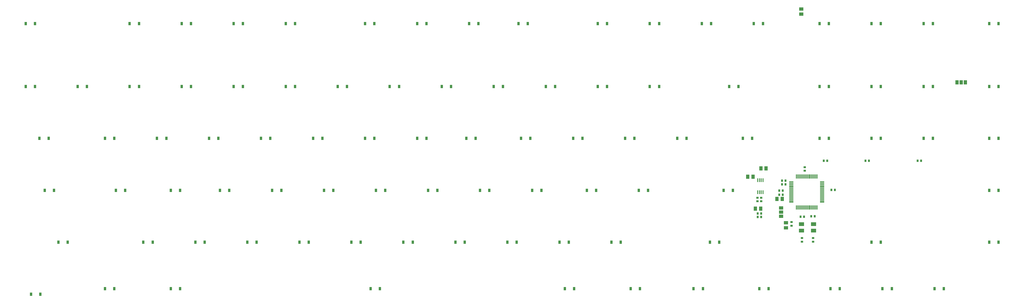
<source format=gbr>
G04 EAGLE Gerber X2 export*
G75*
%MOMM*%
%FSLAX34Y34*%
%LPD*%
%AMOC8*
5,1,8,0,0,1.08239X$1,22.5*%
G01*
%ADD10R,1.600000X0.300000*%
%ADD11R,0.300000X1.600000*%
%ADD12R,0.700000X0.900000*%
%ADD13R,1.300000X1.500000*%
%ADD14R,0.900000X0.700000*%
%ADD15R,1.500000X1.300000*%
%ADD16R,1.600200X1.168400*%
%ADD17R,1.900000X1.400000*%
%ADD18R,1.168400X1.600200*%
%ADD19R,0.450000X1.450000*%
%ADD20R,0.900000X1.200000*%


D10*
X3002900Y401360D03*
X3002900Y406360D03*
X3002900Y411360D03*
X3002900Y416360D03*
X3002900Y421360D03*
X3002900Y426360D03*
X3002900Y431360D03*
X3002900Y436360D03*
X3002900Y441360D03*
X3002900Y396360D03*
X3002900Y391360D03*
X3002900Y386360D03*
X3002900Y381360D03*
X3002900Y376360D03*
X3002900Y371360D03*
X3002900Y366360D03*
D11*
X2943900Y460360D03*
X2948900Y460360D03*
X2953900Y460360D03*
X2958900Y460360D03*
X2963900Y460360D03*
X2968900Y460360D03*
X2973900Y460360D03*
X2978900Y460360D03*
X2983900Y460360D03*
X2938900Y460360D03*
X2933900Y460360D03*
X2928900Y460360D03*
X2923900Y460360D03*
X2918900Y460360D03*
X2913900Y460360D03*
X2908900Y460360D03*
D10*
X2889900Y406360D03*
X2889900Y401360D03*
X2889900Y396360D03*
X2889900Y391360D03*
X2889900Y386360D03*
X2889900Y381360D03*
X2889900Y376360D03*
X2889900Y371360D03*
X2889900Y366360D03*
X2889900Y411360D03*
X2889900Y416360D03*
X2889900Y421360D03*
X2889900Y426360D03*
X2889900Y431360D03*
X2889900Y436360D03*
X2889900Y441360D03*
D11*
X2948900Y347360D03*
X2943900Y347360D03*
X2938900Y347360D03*
X2933900Y347360D03*
X2928900Y347360D03*
X2923900Y347360D03*
X2918900Y347360D03*
X2913900Y347360D03*
X2908900Y347360D03*
X2953900Y347360D03*
X2958900Y347360D03*
X2963900Y347360D03*
X2968900Y347360D03*
X2973900Y347360D03*
X2978900Y347360D03*
X2983900Y347360D03*
D12*
X2858920Y393700D03*
X2845920Y393700D03*
D13*
X2856840Y378460D03*
X2837840Y378460D03*
D12*
X2858920Y408940D03*
X2845920Y408940D03*
D13*
X2778100Y342900D03*
X2759100Y342900D03*
D12*
X2780180Y325120D03*
X2767180Y325120D03*
X2780180Y312420D03*
X2767180Y312420D03*
D14*
X2938780Y481815D03*
X2938780Y494815D03*
D12*
X3036420Y411480D03*
X3049420Y411480D03*
D14*
X2890520Y293520D03*
X2890520Y280520D03*
D15*
X2870200Y291440D03*
X2870200Y272440D03*
D12*
X2936390Y313690D03*
X2923390Y313690D03*
D15*
X2926080Y1073760D03*
X2926080Y1054760D03*
D16*
X2852420Y314960D03*
X2852420Y330200D03*
X2852420Y345440D03*
D12*
X2962760Y314960D03*
X2975760Y314960D03*
D17*
X2970940Y262320D03*
X2926940Y262320D03*
X2926940Y286320D03*
X2970940Y286320D03*
D14*
X2969260Y235100D03*
X2969260Y222100D03*
X2928620Y235100D03*
X2928620Y222100D03*
D12*
X2869080Y431800D03*
X2856080Y431800D03*
X2869080Y445770D03*
X2856080Y445770D03*
D18*
X3495040Y805180D03*
X3510280Y805180D03*
X3525520Y805180D03*
D12*
X3021480Y518160D03*
X3008480Y518160D03*
X3160880Y518160D03*
X3173880Y518160D03*
X3351380Y518160D03*
X3364380Y518160D03*
D19*
X2773605Y403450D03*
X2767105Y403450D03*
X2780105Y403450D03*
X2786605Y403450D03*
X2786605Y447450D03*
X2780105Y447450D03*
X2773605Y447450D03*
X2767105Y447450D03*
D13*
X2778785Y490220D03*
X2797785Y490220D03*
D14*
X2780030Y383055D03*
X2780030Y370055D03*
X2766695Y383055D03*
X2766695Y370055D03*
D13*
X2750160Y459740D03*
X2731160Y459740D03*
D20*
X127000Y1020000D03*
X93000Y1020000D03*
X127000Y790000D03*
X93000Y790000D03*
X177000Y600000D03*
X143000Y600000D03*
X197000Y410000D03*
X163000Y410000D03*
X247000Y220000D03*
X213000Y220000D03*
X147000Y30000D03*
X113000Y30000D03*
X507000Y1020000D03*
X473000Y1020000D03*
X317000Y790000D03*
X283000Y790000D03*
X417000Y600000D03*
X383000Y600000D03*
X457000Y410000D03*
X423000Y410000D03*
X557000Y220000D03*
X523000Y220000D03*
X417000Y50000D03*
X383000Y50000D03*
X697000Y1020000D03*
X663000Y1020000D03*
X507000Y790000D03*
X473000Y790000D03*
X607000Y600000D03*
X573000Y600000D03*
X657000Y410000D03*
X623000Y410000D03*
X747000Y220000D03*
X713000Y220000D03*
X657000Y50000D03*
X623000Y50000D03*
X887000Y1020000D03*
X853000Y1020000D03*
X697000Y790000D03*
X663000Y790000D03*
X797000Y600000D03*
X763000Y600000D03*
X837000Y410000D03*
X803000Y410000D03*
X937000Y220000D03*
X903000Y220000D03*
X1387000Y50000D03*
X1353000Y50000D03*
X1077000Y1020000D03*
X1043000Y1020000D03*
X887000Y790000D03*
X853000Y790000D03*
X987000Y600000D03*
X953000Y600000D03*
X1027000Y410000D03*
X993000Y410000D03*
X1127000Y220000D03*
X1093000Y220000D03*
X2097000Y50000D03*
X2063000Y50000D03*
X1367000Y1020000D03*
X1333000Y1020000D03*
X1077000Y790000D03*
X1043000Y790000D03*
X1177000Y600000D03*
X1143000Y600000D03*
X1217000Y410000D03*
X1183000Y410000D03*
X1317000Y220000D03*
X1283000Y220000D03*
X2337000Y50000D03*
X2303000Y50000D03*
X1557000Y1020000D03*
X1523000Y1020000D03*
X1267000Y790000D03*
X1233000Y790000D03*
X1367000Y600000D03*
X1333000Y600000D03*
X1407000Y410000D03*
X1373000Y410000D03*
X1507000Y220000D03*
X1473000Y220000D03*
X2567000Y50000D03*
X2533000Y50000D03*
X1747000Y1020000D03*
X1713000Y1020000D03*
X1457000Y790000D03*
X1423000Y790000D03*
X1557000Y600000D03*
X1523000Y600000D03*
X1597000Y410000D03*
X1563000Y410000D03*
X1697000Y220000D03*
X1663000Y220000D03*
X2807000Y50000D03*
X2773000Y50000D03*
X1927000Y1020000D03*
X1893000Y1020000D03*
X1647000Y790000D03*
X1613000Y790000D03*
X1737000Y600000D03*
X1703000Y600000D03*
X1787000Y410000D03*
X1753000Y410000D03*
X1887000Y220000D03*
X1853000Y220000D03*
X3067000Y50000D03*
X3033000Y50000D03*
X2217000Y1020000D03*
X2183000Y1020000D03*
X1837000Y790000D03*
X1803000Y790000D03*
X1937000Y600000D03*
X1903000Y600000D03*
X1977000Y410000D03*
X1943000Y410000D03*
X2077000Y220000D03*
X2043000Y220000D03*
X3257000Y50000D03*
X3223000Y50000D03*
X2407000Y1020000D03*
X2373000Y1020000D03*
X2027000Y790000D03*
X1993000Y790000D03*
X2127000Y600000D03*
X2093000Y600000D03*
X2177000Y410000D03*
X2143000Y410000D03*
X2267000Y220000D03*
X2233000Y220000D03*
X3447000Y50000D03*
X3413000Y50000D03*
X2597000Y1020000D03*
X2563000Y1020000D03*
X2217000Y790000D03*
X2183000Y790000D03*
X2317000Y600000D03*
X2283000Y600000D03*
X2367000Y410000D03*
X2333000Y410000D03*
X2627000Y220000D03*
X2593000Y220000D03*
X2787000Y1020000D03*
X2753000Y1020000D03*
X2407000Y790000D03*
X2373000Y790000D03*
X2507000Y600000D03*
X2473000Y600000D03*
X2677000Y410000D03*
X2643000Y410000D03*
X3217000Y220000D03*
X3183000Y220000D03*
X3027000Y1020000D03*
X2993000Y1020000D03*
X2697000Y790000D03*
X2663000Y790000D03*
X2747000Y600000D03*
X2713000Y600000D03*
X3647000Y410000D03*
X3613000Y410000D03*
X3647000Y220000D03*
X3613000Y220000D03*
X3217000Y1020000D03*
X3183000Y1020000D03*
X3027000Y790000D03*
X2993000Y790000D03*
X3027000Y600000D03*
X2993000Y600000D03*
X3407000Y1020000D03*
X3373000Y1020000D03*
X3217000Y790000D03*
X3183000Y790000D03*
X3217000Y600000D03*
X3183000Y600000D03*
X3647000Y1020000D03*
X3613000Y1020000D03*
X3407000Y790000D03*
X3373000Y790000D03*
X3407000Y600000D03*
X3373000Y600000D03*
X3647000Y790000D03*
X3613000Y790000D03*
X3647000Y600000D03*
X3613000Y600000D03*
M02*

</source>
